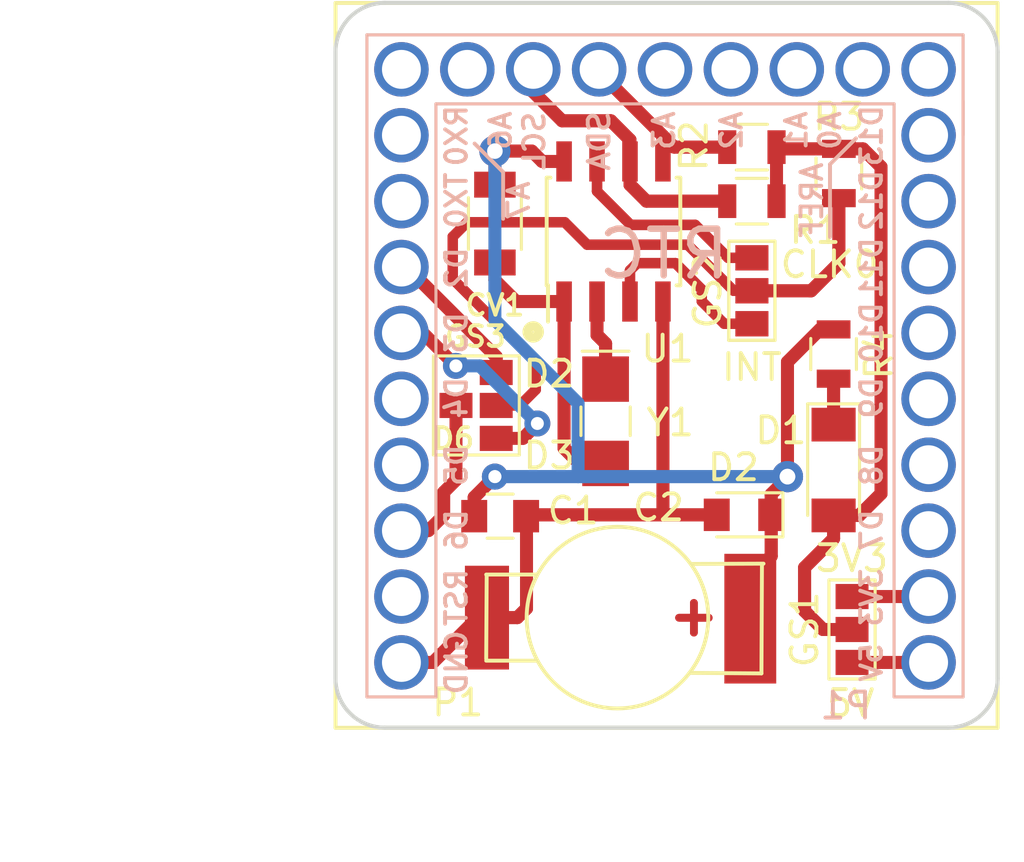
<source format=kicad_pcb>
(kicad_pcb (version 20171130) (host pcbnew "(5.1.5)-3")

  (general
    (thickness 1.6)
    (drawings 33)
    (tracks 214)
    (zones 0)
    (modules 16)
    (nets 36)
  )

  (page A4)
  (title_block
    (title "Microduino RTC DE")
    (date "24 dicembre 2017")
    (rev 0.2)
  )

  (layers
    (0 F.Cu signal)
    (31 B.Cu signal)
    (32 B.Adhes user)
    (33 F.Adhes user)
    (34 B.Paste user)
    (35 F.Paste user)
    (36 B.SilkS user)
    (37 F.SilkS user)
    (38 B.Mask user)
    (39 F.Mask user)
    (44 Edge.Cuts user)
    (45 Margin user)
    (46 B.CrtYd user)
    (47 F.CrtYd user)
    (48 B.Fab user)
    (49 F.Fab user)
  )

  (setup
    (last_trace_width 0.25)
    (user_trace_width 0.4)
    (user_trace_width 0.5)
    (user_trace_width 0.75)
    (user_trace_width 1)
    (user_trace_width 1.5)
    (user_trace_width 2)
    (user_trace_width 2.5)
    (user_trace_width 3)
    (trace_clearance 0.2)
    (zone_clearance 0.508)
    (zone_45_only no)
    (trace_min 0.2)
    (via_size 0.6)
    (via_drill 0.4)
    (via_min_size 0.4)
    (via_min_drill 0.3)
    (user_via 1 0.5)
    (user_via 1.2 0.6)
    (uvia_size 0.3)
    (uvia_drill 0.1)
    (uvias_allowed no)
    (uvia_min_size 0.2)
    (uvia_min_drill 0.1)
    (edge_width 0.15)
    (segment_width 0.15)
    (pcb_text_width 0.3)
    (pcb_text_size 1.5 1.5)
    (mod_edge_width 0.15)
    (mod_text_size 1 1)
    (mod_text_width 0.15)
    (pad_size 1.7 4)
    (pad_drill 0)
    (pad_to_mask_clearance 0.2)
    (aux_axis_origin 0 0)
    (grid_origin 126.111 104.775)
    (visible_elements 7FFFFFFF)
    (pcbplotparams
      (layerselection 0x210fc_80000001)
      (usegerberextensions false)
      (usegerberattributes false)
      (usegerberadvancedattributes false)
      (creategerberjobfile false)
      (excludeedgelayer true)
      (linewidth 0.100000)
      (plotframeref false)
      (viasonmask false)
      (mode 1)
      (useauxorigin false)
      (hpglpennumber 1)
      (hpglpenspeed 20)
      (hpglpendiameter 15.000000)
      (psnegative false)
      (psa4output false)
      (plotreference true)
      (plotvalue true)
      (plotinvisibletext false)
      (padsonsilk false)
      (subtractmaskfromsilk false)
      (outputformat 1)
      (mirror false)
      (drillshape 0)
      (scaleselection 1)
      (outputdirectory ""))
  )

  (net 0 "")
  (net 1 "Net-(C1-Pad1)")
  (net 2 GND)
  (net 3 "Net-(CV1-Pad2)")
  (net 4 "Net-(D1-Pad2)")
  (net 5 /SCL)
  (net 6 /SDA)
  (net 7 "Net-(U1-Pad2)")
  (net 8 /INT)
  (net 9 /CLKO)
  (net 10 +5V)
  (net 11 +3V3)
  (net 12 /D2)
  (net 13 /D3)
  (net 14 /D7)
  (net 15 /D8)
  (net 16 /D9)
  (net 17 /D10)
  (net 18 /D11)
  (net 19 /D12)
  (net 20 /D13)
  (net 21 /A0)
  (net 22 /A1)
  (net 23 /A2)
  (net 24 /A3)
  (net 25 /A6)
  (net 26 /A7)
  (net 27 /RX0)
  (net 28 /D4)
  (net 29 /D5)
  (net 30 /D6)
  (net 31 /RESET)
  (net 32 "Net-(GS2-Pad2)")
  (net 33 "Net-(D1-Pad1)")
  (net 34 /AREF)
  (net 35 /TX0)

  (net_class Default "Questo è il gruppo di collegamenti predefinito"
    (clearance 0.2)
    (trace_width 0.25)
    (via_dia 0.6)
    (via_drill 0.4)
    (uvia_dia 0.3)
    (uvia_drill 0.1)
    (add_net +3V3)
    (add_net +5V)
    (add_net /A0)
    (add_net /A1)
    (add_net /A2)
    (add_net /A3)
    (add_net /A6)
    (add_net /A7)
    (add_net /AREF)
    (add_net /CLKO)
    (add_net /D10)
    (add_net /D11)
    (add_net /D12)
    (add_net /D13)
    (add_net /D2)
    (add_net /D3)
    (add_net /D4)
    (add_net /D5)
    (add_net /D6)
    (add_net /D7)
    (add_net /D8)
    (add_net /D9)
    (add_net /INT)
    (add_net /RESET)
    (add_net /RX0)
    (add_net /SCL)
    (add_net /SDA)
    (add_net /TX0)
    (add_net GND)
    (add_net "Net-(C1-Pad1)")
    (add_net "Net-(CV1-Pad2)")
    (add_net "Net-(D1-Pad1)")
    (add_net "Net-(D1-Pad2)")
    (add_net "Net-(GS2-Pad2)")
    (add_net "Net-(U1-Pad2)")
  )

  (module Libreria_PCB_mia:Upin_27 (layer B.Cu) (tedit 59908FB5) (tstamp 597E25B2)
    (at 161.561 88.165 180)
    (descr "Through hole straight socket strip, 1x09, 2.54mm pitch, single row")
    (tags "Through hole socket strip THT 1x09 2.54mm single row")
    (path /58E8E495)
    (fp_text reference P1 (at 3.19 -1.67 180) (layer B.SilkS)
      (effects (font (size 1 1) (thickness 0.15)) (justify mirror))
    )
    (fp_text value CONN_1x27 (at -2.83 10.17 90) (layer B.Fab)
      (effects (font (size 1 1) (thickness 0.15)) (justify mirror))
    )
    (fp_text user P1 (at 18.15 -1.55 180) (layer F.SilkS)
      (effects (font (size 1 1) (thickness 0.15)))
    )
    (fp_line (start 16.4 18.9) (end 17.5 20) (layer B.SilkS) (width 0.15))
    (fp_line (start 16.4 18.9) (end 16.4 17.1) (layer B.SilkS) (width 0.15))
    (fp_text user A7 (at 15.8 17.8 90) (layer B.SilkS)
      (effects (font (size 0.8 0.8) (thickness 0.15)) (justify mirror))
    )
    (fp_line (start 2.8 20.2) (end 3.8 19.2) (layer B.SilkS) (width 0.15))
    (fp_line (start 3.8 19.2) (end 3.8 16.4) (layer B.SilkS) (width 0.15))
    (fp_text user AREF (at 4.5 17.8 90) (layer B.SilkS)
      (effects (font (size 0.8 0.8) (thickness 0.15)) (justify mirror))
    )
    (fp_text user GND (at 18.2 0 90) (layer B.SilkS)
      (effects (font (size 0.8 0.8) (thickness 0.15)) (justify mirror))
    )
    (fp_text user RST (at 18.2 2.5 90) (layer B.SilkS)
      (effects (font (size 0.8 0.8) (thickness 0.15)) (justify mirror))
    )
    (fp_text user D6 (at 18.2 5.1 90) (layer B.SilkS)
      (effects (font (size 0.8 0.8) (thickness 0.15)) (justify mirror))
    )
    (fp_text user D5 (at 18.2 7.6 90) (layer B.SilkS)
      (effects (font (size 0.8 0.8) (thickness 0.15)) (justify mirror))
    )
    (fp_text user D4 (at 18.2 10.2 90) (layer B.SilkS)
      (effects (font (size 0.8 0.8) (thickness 0.15)) (justify mirror))
    )
    (fp_text user D3 (at 18.2 12.7 90) (layer B.SilkS)
      (effects (font (size 0.8 0.8) (thickness 0.15)) (justify mirror))
    )
    (fp_text user D2 (at 18.2 15.2 90) (layer B.SilkS)
      (effects (font (size 0.8 0.8) (thickness 0.15)) (justify mirror))
    )
    (fp_text user TX0 (at 18.2 17.8 90) (layer B.SilkS)
      (effects (font (size 0.8 0.8) (thickness 0.15)) (justify mirror))
    )
    (fp_text user RX0 (at 18.2 20.3 90) (layer B.SilkS)
      (effects (font (size 0.8 0.8) (thickness 0.15)) (justify mirror))
    )
    (fp_text user A6 (at 16.5 20.5 90) (layer B.SilkS)
      (effects (font (size 0.8 0.8) (thickness 0.15)) (justify mirror))
    )
    (fp_text user SCL (at 15.2 20.1 90) (layer B.SilkS)
      (effects (font (size 0.8 0.8) (thickness 0.15)) (justify mirror))
    )
    (fp_text user SDA (at 12.7 20.1 90) (layer B.SilkS)
      (effects (font (size 0.8 0.8) (thickness 0.15)) (justify mirror))
    )
    (fp_text user A3 (at 10.2 20.5 90) (layer B.SilkS)
      (effects (font (size 0.8 0.8) (thickness 0.15)) (justify mirror))
    )
    (fp_text user A2 (at 7.6 20.5 90) (layer B.SilkS)
      (effects (font (size 0.8 0.8) (thickness 0.15)) (justify mirror))
    )
    (fp_text user A1 (at 5.1 20.5 90) (layer B.SilkS)
      (effects (font (size 0.8 0.8) (thickness 0.15)) (justify mirror))
    )
    (fp_text user A0 (at 3.8 20.5 90) (layer B.SilkS)
      (effects (font (size 0.8 0.8) (thickness 0.15)) (justify mirror))
    )
    (fp_text user D13 (at 2.2 20.3 90) (layer B.SilkS)
      (effects (font (size 0.8 0.8) (thickness 0.15)) (justify mirror))
    )
    (fp_text user D12 (at 2.2 17.8 90) (layer B.SilkS)
      (effects (font (size 0.8 0.8) (thickness 0.15)) (justify mirror))
    )
    (fp_text user D11 (at 2.2 15.2 90) (layer B.SilkS)
      (effects (font (size 0.8 0.8) (thickness 0.15)) (justify mirror))
    )
    (fp_text user D10 (at 2.2 12.7 90) (layer B.SilkS)
      (effects (font (size 0.8 0.8) (thickness 0.15)) (justify mirror))
    )
    (fp_text user D9 (at 2.2 10.2 90) (layer B.SilkS)
      (effects (font (size 0.8 0.8) (thickness 0.15)) (justify mirror))
    )
    (fp_text user D8 (at 2.2 7.6 90) (layer B.SilkS)
      (effects (font (size 0.8 0.8) (thickness 0.15)) (justify mirror))
    )
    (fp_text user D7 (at 2.2 5.1 90) (layer B.SilkS)
      (effects (font (size 0.8 0.8) (thickness 0.15)) (justify mirror))
    )
    (fp_text user 3V3 (at 2.2 2.5 90) (layer B.SilkS)
      (effects (font (size 0.8 0.8) (thickness 0.15)) (justify mirror))
    )
    (fp_text user 5V (at 2.2 0 90) (layer B.SilkS)
      (effects (font (size 0.8 0.8) (thickness 0.15)) (justify mirror))
    )
    (fp_line (start 1.8 -1.78) (end 1.8 21.05) (layer B.CrtYd) (width 0.12))
    (fp_line (start 18.52 21.05) (end 1.8 21.05) (layer B.CrtYd) (width 0.12))
    (fp_line (start -1.27 24.13) (end -1.27 -1.27) (layer B.Fab) (width 0.12))
    (fp_line (start 1.27 -1.27) (end 1.27 21.59) (layer B.Fab) (width 0.12))
    (fp_line (start 1.27 21.59) (end 19.05 21.59) (layer B.Fab) (width 0.12))
    (fp_line (start 19.05 21.59) (end 19.05 -1.27) (layer B.Fab) (width 0.12))
    (fp_line (start 19.05 -1.27) (end 21.59 -1.27) (layer B.Fab) (width 0.12))
    (fp_line (start 21.59 -1.27) (end 21.59 24.13) (layer B.Fab) (width 0.12))
    (fp_line (start 21.59 24.13) (end -1.27 24.13) (layer B.Fab) (width 0.12))
    (fp_line (start 21.65 -1.33) (end 21.65 24.19) (layer B.SilkS) (width 0.12))
    (fp_line (start 21.65 24.19) (end -1.33 24.19) (layer B.SilkS) (width 0.12))
    (fp_line (start -1.33 -1.33) (end -1.33 24.19) (layer B.SilkS) (width 0.12))
    (fp_line (start 1.33 -1.33) (end 1.33 21.53) (layer B.SilkS) (width 0.12))
    (fp_line (start 1.33 21.53) (end 18.99 21.53) (layer B.SilkS) (width 0.12))
    (fp_line (start 18.99 -1.33) (end 18.99 21.53) (layer B.SilkS) (width 0.12))
    (fp_line (start 18.99 -1.33) (end 18.99 5.48) (layer B.SilkS) (width 0.12))
    (fp_line (start -1.8 24.67) (end 22.12 24.67) (layer B.CrtYd) (width 0.12))
    (fp_line (start -1.8 -1.78) (end -1.8 24.67) (layer B.CrtYd) (width 0.12))
    (fp_line (start 22.12 -1.78) (end 22.12 24.67) (layer B.CrtYd) (width 0.12))
    (fp_line (start 18.52 21.05) (end 18.52 -1.8) (layer B.CrtYd) (width 0.12))
    (fp_line (start 18.52 -1.8) (end 22.12 -1.8) (layer B.CrtYd) (width 0.12))
    (fp_line (start -1.27 -1.27) (end 1.27 -1.27) (layer B.Fab) (width 0.12))
    (fp_line (start -1.33 -1.33) (end 1.33 -1.33) (layer B.SilkS) (width 0.12))
    (fp_line (start 21.65 -1.33) (end 18.99 -1.33) (layer B.SilkS) (width 0.12))
    (fp_line (start -1.33 20.32) (end -1.33 21.65) (layer B.SilkS) (width 0.12))
    (fp_line (start -1.8 -1.78) (end 1.8 -1.78) (layer B.CrtYd) (width 0.12))
    (fp_text user %R (at 0 -2.54 180) (layer B.Fab)
      (effects (font (size 1 1) (thickness 0.15)) (justify mirror))
    )
    (pad 9 thru_hole circle (at 0 20.32 180) (size 2.1 2.1) (drill 1.5) (layers *.Cu *.Mask)
      (net 20 /D13))
    (pad 8 thru_hole circle (at 0 17.78 180) (size 2.1 2.1) (drill 1.5) (layers *.Cu *.Mask)
      (net 19 /D12))
    (pad 7 thru_hole circle (at 0 15.24 180) (size 2.1 2.1) (drill 1.5) (layers *.Cu *.Mask)
      (net 18 /D11))
    (pad 6 thru_hole circle (at 0 12.7 180) (size 2.1 2.1) (drill 1.5) (layers *.Cu *.Mask)
      (net 17 /D10))
    (pad 5 thru_hole circle (at 0 10.16 180) (size 2.1 2.1) (drill 1.5) (layers *.Cu *.Mask)
      (net 16 /D9))
    (pad 4 thru_hole circle (at 0 7.62 180) (size 2.1 2.1) (drill 1.5) (layers *.Cu *.Mask)
      (net 15 /D8))
    (pad 3 thru_hole circle (at 0 5.08 180) (size 2.1 2.1) (drill 1.5) (layers *.Cu *.Mask)
      (net 14 /D7))
    (pad 2 thru_hole circle (at 0 2.54 180) (size 2.1 2.1) (drill 1.5) (layers *.Cu *.Mask)
      (net 11 +3V3))
    (pad 1 thru_hole circle (at 0 0 180) (size 2.1 2.1) (drill 1.5) (layers *.Cu *.Mask)
      (net 10 +5V))
    (pad 10 thru_hole circle (at 0 22.86 180) (size 2.1 2.1) (drill 1.5) (layers *.Cu *.Mask)
      (net 34 /AREF))
    (pad 11 thru_hole circle (at 2.54 22.86 180) (size 2.1 2.1) (drill 1.5) (layers *.Cu *.Mask)
      (net 21 /A0))
    (pad 12 thru_hole circle (at 5.08 22.86 180) (size 2.1 2.1) (drill 1.5) (layers *.Cu *.Mask)
      (net 22 /A1))
    (pad 13 thru_hole circle (at 7.62 22.86 180) (size 2.1 2.1) (drill 1.5) (layers *.Cu *.Mask)
      (net 23 /A2))
    (pad 14 thru_hole circle (at 10.16 22.86 180) (size 2.1 2.1) (drill 1.5) (layers *.Cu *.Mask)
      (net 24 /A3))
    (pad 15 thru_hole circle (at 12.7 22.86 180) (size 2.1 2.1) (drill 1.5) (layers *.Cu *.Mask)
      (net 6 /SDA))
    (pad 16 thru_hole circle (at 15.24 22.86 180) (size 2.1 2.1) (drill 1.5) (layers *.Cu *.Mask)
      (net 5 /SCL))
    (pad 17 thru_hole circle (at 17.78 22.86 180) (size 2.1 2.1) (drill 1.5) (layers *.Cu *.Mask)
      (net 25 /A6))
    (pad 18 thru_hole circle (at 20.32 22.86 180) (size 2.1 2.1) (drill 1.5) (layers *.Cu *.Mask)
      (net 26 /A7))
    (pad 19 thru_hole circle (at 20.32 20.32 180) (size 2.1 2.1) (drill 1.5) (layers *.Cu *.Mask)
      (net 27 /RX0))
    (pad 20 thru_hole circle (at 20.32 17.78 180) (size 2.1 2.1) (drill 1.5) (layers *.Cu *.Mask)
      (net 35 /TX0))
    (pad 21 thru_hole circle (at 20.32 15.24 180) (size 2.1 2.1) (drill 1.5) (layers *.Cu *.Mask)
      (net 12 /D2))
    (pad 22 thru_hole circle (at 20.32 12.7 180) (size 2.1 2.1) (drill 1.5) (layers *.Cu *.Mask)
      (net 13 /D3))
    (pad 23 thru_hole circle (at 20.32 10.16 180) (size 2.1 2.1) (drill 1.5) (layers *.Cu *.Mask)
      (net 28 /D4))
    (pad 24 thru_hole circle (at 20.32 7.62 180) (size 2.1 2.1) (drill 1.5) (layers *.Cu *.Mask)
      (net 29 /D5))
    (pad 25 thru_hole circle (at 20.32 5.08 180) (size 2.1 2.1) (drill 1.5) (layers *.Cu *.Mask)
      (net 30 /D6))
    (pad 26 thru_hole circle (at 20.32 2.54 180) (size 2.1 2.1) (drill 1.5) (layers *.Cu *.Mask)
      (net 31 /RESET))
    (pad 27 thru_hole circle (at 20.32 0 180) (size 2.1 2.1) (drill 1.5) (layers *.Cu *.Mask)
      (net 2 GND))
  )

  (module Connectors:GS3 (layer F.Cu) (tedit 58613494) (tstamp 58E793D0)
    (at 154.7498 73.8402)
    (descr "3-pin solder bridge")
    (tags "solder bridge")
    (path /58D9FB5B)
    (attr smd)
    (fp_text reference GS2 (at -1.7 0 90) (layer F.SilkS)
      (effects (font (size 1 1) (thickness 0.15)))
    )
    (fp_text value GS3 (at 1.8 0 90) (layer F.Fab)
      (effects (font (size 1 1) (thickness 0.15)))
    )
    (fp_line (start -1.15 -2.15) (end 1.15 -2.15) (layer F.CrtYd) (width 0.05))
    (fp_line (start 1.15 -2.15) (end 1.15 2.15) (layer F.CrtYd) (width 0.05))
    (fp_line (start 1.15 2.15) (end -1.15 2.15) (layer F.CrtYd) (width 0.05))
    (fp_line (start -1.15 2.15) (end -1.15 -2.15) (layer F.CrtYd) (width 0.05))
    (fp_line (start -0.89 -1.91) (end -0.89 1.91) (layer F.SilkS) (width 0.12))
    (fp_line (start -0.89 1.91) (end 0.89 1.91) (layer F.SilkS) (width 0.12))
    (fp_line (start 0.89 1.91) (end 0.89 -1.91) (layer F.SilkS) (width 0.12))
    (fp_line (start -0.89 -1.91) (end 0.89 -1.91) (layer F.SilkS) (width 0.12))
    (pad 1 smd rect (at 0 -1.27) (size 1.27 0.97) (layers F.Cu F.Paste F.Mask)
      (net 9 /CLKO))
    (pad 2 smd rect (at 0 0) (size 1.27 0.97) (layers F.Cu F.Paste F.Mask)
      (net 32 "Net-(GS2-Pad2)"))
    (pad 3 smd rect (at 0 1.27) (size 1.27 0.97) (layers F.Cu F.Paste F.Mask)
      (net 8 /INT))
  )

  (module Crystals:Crystal_SMD_G8-2pin_3.2x1.5mm_HandSoldering (layer F.Cu) (tedit 58E77EBC) (tstamp 58D8E201)
    (at 149.111 78.8694 270)
    (descr "SMD Crystal G8, hand-soldering, 3.2x1.5mm^2 package")
    (tags "SMD SMT crystal hand-soldering")
    (path /58B7FA73)
    (attr smd)
    (fp_text reference Y1 (at 0.0508 -2.4892) (layer F.SilkS)
      (effects (font (size 1 1) (thickness 0.15)))
    )
    (fp_text value "32,762 kHz" (at 0 1.95 270) (layer F.Fab)
      (effects (font (size 1 1) (thickness 0.15)))
    )
    (fp_text user %R (at 0 0 270) (layer F.Fab)
      (effects (font (size 0.7 0.7) (thickness 0.105)))
    )
    (fp_line (start -1.6 -0.75) (end -1.6 0.75) (layer F.Fab) (width 0.1))
    (fp_line (start -1.6 0.75) (end 1.6 0.75) (layer F.Fab) (width 0.1))
    (fp_line (start 1.6 0.75) (end 1.6 -0.75) (layer F.Fab) (width 0.1))
    (fp_line (start 1.6 -0.75) (end -1.6 -0.75) (layer F.Fab) (width 0.1))
    (fp_line (start -1.6 0.25) (end -1.1 0.75) (layer F.Fab) (width 0.1))
    (fp_line (start -0.55 -0.95) (end 0.55 -0.95) (layer F.SilkS) (width 0.12))
    (fp_line (start -0.55 0.95) (end 0.55 0.95) (layer F.SilkS) (width 0.12))
    (fp_line (start -2.7 -0.9) (end -2.7 0.9) (layer F.SilkS) (width 0.12))
    (fp_line (start -2.8 -1.2) (end -2.8 1.2) (layer F.CrtYd) (width 0.05))
    (fp_line (start -2.8 1.2) (end 2.8 1.2) (layer F.CrtYd) (width 0.05))
    (fp_line (start 2.8 1.2) (end 2.8 -1.2) (layer F.CrtYd) (width 0.05))
    (fp_line (start 2.8 -1.2) (end -2.8 -1.2) (layer F.CrtYd) (width 0.05))
    (fp_circle (center 0 0) (end 0.25 0) (layer F.Adhes) (width 0.1))
    (fp_circle (center 0 0) (end 0.208333 0) (layer F.Adhes) (width 0.083333))
    (fp_circle (center 0 0) (end 0.133333 0) (layer F.Adhes) (width 0.083333))
    (fp_circle (center 0 0) (end 0.058333 0) (layer F.Adhes) (width 0.116667))
    (pad 1 smd rect (at -1.625 0 270) (size 1.75 1.8) (layers F.Cu F.Paste F.Mask)
      (net 7 "Net-(U1-Pad2)"))
    (pad 2 smd rect (at 1.625 0 270) (size 1.75 1.8) (layers F.Cu F.Paste F.Mask)
      (net 3 "Net-(CV1-Pad2)"))
    (model ${KISYS3DMOD}/Crystals.3dshapes/Crystal_SMD_G8-2pin_3.2x1.5mm_HandSoldering.wrl
      (at (xyz 0 0 0))
      (scale (xyz 1 1 1))
      (rotate (xyz 0 0 0))
    )
  )

  (module Diodes_SMD:D_MiniMELF_Standard (layer F.Cu) (tedit 58E77D9D) (tstamp 58D8E1E3)
    (at 157.8994 80.749 270)
    (descr "Diode Mini-MELF Standard")
    (tags "Diode Mini-MELF Standard")
    (path /58C5822F)
    (attr smd)
    (fp_text reference D1 (at -1.524 2.032) (layer F.SilkS)
      (effects (font (size 1 1) (thickness 0.15)))
    )
    (fp_text value TMMBAT43 (at 0 3.81 270) (layer F.Fab)
      (effects (font (size 1 1) (thickness 0.15)))
    )
    (fp_line (start 1.75 -1) (end -2.55 -1) (layer F.SilkS) (width 0.12))
    (fp_line (start -2.55 -1) (end -2.55 1) (layer F.SilkS) (width 0.12))
    (fp_line (start -2.55 1) (end 1.75 1) (layer F.SilkS) (width 0.12))
    (fp_line (start 1.65 -0.8) (end 1.65 0.8) (layer F.Fab) (width 0.1))
    (fp_line (start 1.65 0.8) (end -1.65 0.8) (layer F.Fab) (width 0.1))
    (fp_line (start -1.65 0.8) (end -1.65 -0.8) (layer F.Fab) (width 0.1))
    (fp_line (start -1.65 -0.8) (end 1.65 -0.8) (layer F.Fab) (width 0.1))
    (fp_line (start 0.25 0) (end 0.75 0) (layer F.Fab) (width 0.1))
    (fp_line (start 0.25 0.4) (end -0.35 0) (layer F.Fab) (width 0.1))
    (fp_line (start 0.25 -0.4) (end 0.25 0.4) (layer F.Fab) (width 0.1))
    (fp_line (start -0.35 0) (end 0.25 -0.4) (layer F.Fab) (width 0.1))
    (fp_line (start -0.35 0) (end -0.35 0.55) (layer F.Fab) (width 0.1))
    (fp_line (start -0.35 0) (end -0.35 -0.55) (layer F.Fab) (width 0.1))
    (fp_line (start -0.75 0) (end -0.35 0) (layer F.Fab) (width 0.1))
    (fp_line (start -2.65 -1.1) (end 2.65 -1.1) (layer F.CrtYd) (width 0.05))
    (fp_line (start 2.65 -1.1) (end 2.65 1.1) (layer F.CrtYd) (width 0.05))
    (fp_line (start 2.65 1.1) (end -2.65 1.1) (layer F.CrtYd) (width 0.05))
    (fp_line (start -2.65 1.1) (end -2.65 -1.1) (layer F.CrtYd) (width 0.05))
    (pad 1 smd rect (at -1.75 0 270) (size 1.3 1.7) (layers F.Cu F.Paste F.Mask)
      (net 33 "Net-(D1-Pad1)"))
    (pad 2 smd rect (at 1.75 0 270) (size 1.3 1.7) (layers F.Cu F.Paste F.Mask)
      (net 4 "Net-(D1-Pad2)"))
    (model Diodes_SMD.3dshapes/D_MiniMELF_Standard.wrl
      (at (xyz 0 0 0))
      (scale (xyz 0.3937 0.3937 0.3937))
      (rotate (xyz 0 0 0))
    )
  )

  (module Housings_SOIC:SOIC-8_3.9x4.9mm_Pitch1.27mm (layer F.Cu) (tedit 58E91025) (tstamp 58D92C2F)
    (at 149.4158 71.5542 90)
    (descr "8-Lead Plastic Small Outline (SN) - Narrow, 3.90 mm Body [SOIC] (see Microchip Packaging Specification 00000049BS.pdf)")
    (tags "SOIC 1.27")
    (path /58B7F974)
    (attr smd)
    (fp_text reference U1 (at -4.5212 2.0828 180) (layer F.SilkS)
      (effects (font (size 1 1) (thickness 0.15)))
    )
    (fp_text value PCF8563 (at 0 3.5 90) (layer F.Fab)
      (effects (font (size 1 1) (thickness 0.15)))
    )
    (fp_text user %R (at 0 0 180) (layer F.Fab)
      (effects (font (size 1 1) (thickness 0.15)))
    )
    (fp_line (start -0.95 -2.45) (end 1.95 -2.45) (layer F.Fab) (width 0.1))
    (fp_line (start 1.95 -2.45) (end 1.95 2.45) (layer F.Fab) (width 0.1))
    (fp_line (start 1.95 2.45) (end -1.95 2.45) (layer F.Fab) (width 0.1))
    (fp_line (start -1.95 2.45) (end -1.95 -1.45) (layer F.Fab) (width 0.1))
    (fp_line (start -1.95 -1.45) (end -0.95 -2.45) (layer F.Fab) (width 0.1))
    (fp_line (start -3.73 -2.7) (end -3.73 2.7) (layer F.CrtYd) (width 0.05))
    (fp_line (start 3.73 -2.7) (end 3.73 2.7) (layer F.CrtYd) (width 0.05))
    (fp_line (start -3.73 -2.7) (end 3.73 -2.7) (layer F.CrtYd) (width 0.05))
    (fp_line (start -3.73 2.7) (end 3.73 2.7) (layer F.CrtYd) (width 0.05))
    (fp_line (start -2.075 -2.575) (end -2.075 -2.525) (layer F.SilkS) (width 0.15))
    (fp_line (start 2.075 -2.575) (end 2.075 -2.43) (layer F.SilkS) (width 0.15))
    (fp_line (start 2.075 2.575) (end 2.075 2.43) (layer F.SilkS) (width 0.15))
    (fp_line (start -2.075 2.575) (end -2.075 2.43) (layer F.SilkS) (width 0.15))
    (fp_line (start -2.075 -2.575) (end 2.075 -2.575) (layer F.SilkS) (width 0.15))
    (fp_line (start -2.075 2.575) (end 2.075 2.575) (layer F.SilkS) (width 0.15))
    (fp_line (start -2.075 -2.525) (end -3.475 -2.525) (layer F.SilkS) (width 0.15))
    (pad 1 smd rect (at -2.7 -1.905 90) (size 1.55 0.6) (layers F.Cu F.Paste F.Mask)
      (net 3 "Net-(CV1-Pad2)"))
    (pad 2 smd rect (at -2.7 -0.635 90) (size 1.55 0.6) (layers F.Cu F.Paste F.Mask)
      (net 7 "Net-(U1-Pad2)"))
    (pad 3 smd rect (at -2.7 0.635 90) (size 1.55 0.6) (layers F.Cu F.Paste F.Mask)
      (net 8 /INT))
    (pad 4 smd rect (at -2.7 1.905 90) (size 1.55 0.6) (layers F.Cu F.Paste F.Mask)
      (net 2 GND))
    (pad 5 smd rect (at 2.7 1.905 90) (size 1.55 0.6) (layers F.Cu F.Paste F.Mask)
      (net 6 /SDA))
    (pad 6 smd rect (at 2.7 0.635 90) (size 1.55 0.6) (layers F.Cu F.Paste F.Mask)
      (net 5 /SCL))
    (pad 7 smd rect (at 2.7 -0.635 90) (size 1.55 0.6) (layers F.Cu F.Paste F.Mask)
      (net 9 /CLKO))
    (pad 8 smd rect (at 2.7 -1.905 90) (size 1.55 0.6) (layers F.Cu F.Paste F.Mask)
      (net 1 "Net-(C1-Pad1)"))
    (model Housings_SOIC.3dshapes/SOIC-8_3.9x4.9mm_Pitch1.27mm.wrl
      (at (xyz 0 0 0))
      (scale (xyz 1 1 1))
      (rotate (xyz 0 0 0))
    )
  )

  (module Resistors_SMD:R_0805 (layer F.Cu) (tedit 58E9100E) (tstamp 58E1F324)
    (at 158.1026 69.319 270)
    (descr "Resistor SMD 0805, reflow soldering, Vishay (see dcrcw.pdf)")
    (tags "resistor 0805")
    (path /58DA426D)
    (attr smd)
    (fp_text reference R3 (at -2.1844 0) (layer F.SilkS)
      (effects (font (size 1 1) (thickness 0.15)))
    )
    (fp_text value 4k7 (at 0 1.75 270) (layer F.Fab)
      (effects (font (size 1 1) (thickness 0.15)))
    )
    (fp_text user %R (at -2.1844 0) (layer F.Fab)
      (effects (font (size 1 1) (thickness 0.15)))
    )
    (fp_line (start -1 0.62) (end -1 -0.62) (layer F.Fab) (width 0.1))
    (fp_line (start 1 0.62) (end -1 0.62) (layer F.Fab) (width 0.1))
    (fp_line (start 1 -0.62) (end 1 0.62) (layer F.Fab) (width 0.1))
    (fp_line (start -1 -0.62) (end 1 -0.62) (layer F.Fab) (width 0.1))
    (fp_line (start 0.6 0.88) (end -0.6 0.88) (layer F.SilkS) (width 0.12))
    (fp_line (start -0.6 -0.88) (end 0.6 -0.88) (layer F.SilkS) (width 0.12))
    (fp_line (start -1.55 -0.9) (end 1.55 -0.9) (layer F.CrtYd) (width 0.05))
    (fp_line (start -1.55 -0.9) (end -1.55 0.9) (layer F.CrtYd) (width 0.05))
    (fp_line (start 1.55 0.9) (end 1.55 -0.9) (layer F.CrtYd) (width 0.05))
    (fp_line (start 1.55 0.9) (end -1.55 0.9) (layer F.CrtYd) (width 0.05))
    (pad 1 smd rect (at -0.95 0 270) (size 0.7 1.3) (layers F.Cu F.Paste F.Mask)
      (net 4 "Net-(D1-Pad2)"))
    (pad 2 smd rect (at 0.95 0 270) (size 0.7 1.3) (layers F.Cu F.Paste F.Mask)
      (net 32 "Net-(GS2-Pad2)"))
    (model Resistors_SMD.3dshapes/R_0805.wrl
      (at (xyz 0 0 0))
      (scale (xyz 1 1 1))
      (rotate (xyz 0 0 0))
    )
  )

  (module Capacitors_SMD:C_0805 (layer F.Cu) (tedit 59DEFD5F) (tstamp 58E1F3D1)
    (at 145.047 82.527)
    (descr "Capacitor SMD 0805, reflow soldering, AVX (see smccp.pdf)")
    (tags "capacitor 0805")
    (path /58B7FB48)
    (attr smd)
    (fp_text reference C1 (at 2.814 -0.212) (layer F.SilkS)
      (effects (font (size 1 1) (thickness 0.15)))
    )
    (fp_text value "0,1 uF" (at 0 1.75) (layer F.Fab)
      (effects (font (size 1 1) (thickness 0.15)))
    )
    (fp_text user %R (at 2.824 -0.212) (layer F.Fab)
      (effects (font (size 1 1) (thickness 0.15)))
    )
    (fp_line (start -1 0.62) (end -1 -0.62) (layer F.Fab) (width 0.1))
    (fp_line (start 1 0.62) (end -1 0.62) (layer F.Fab) (width 0.1))
    (fp_line (start 1 -0.62) (end 1 0.62) (layer F.Fab) (width 0.1))
    (fp_line (start -1 -0.62) (end 1 -0.62) (layer F.Fab) (width 0.1))
    (fp_line (start 0.5 -0.85) (end -0.5 -0.85) (layer F.SilkS) (width 0.12))
    (fp_line (start -0.5 0.85) (end 0.5 0.85) (layer F.SilkS) (width 0.12))
    (fp_line (start -1.75 -0.88) (end 1.75 -0.88) (layer F.CrtYd) (width 0.05))
    (fp_line (start -1.75 -0.88) (end -1.75 0.87) (layer F.CrtYd) (width 0.05))
    (fp_line (start 1.75 0.87) (end 1.75 -0.88) (layer F.CrtYd) (width 0.05))
    (fp_line (start 1.75 0.87) (end -1.75 0.87) (layer F.CrtYd) (width 0.05))
    (pad 1 smd rect (at -1 0) (size 1 1.25) (layers F.Cu F.Paste F.Mask)
      (net 1 "Net-(C1-Pad1)"))
    (pad 2 smd rect (at 1 0) (size 1 1.25) (layers F.Cu F.Paste F.Mask)
      (net 2 GND))
    (model Capacitors_SMD.3dshapes/C_0805.wrl
      (at (xyz 0 0 0))
      (scale (xyz 1 1 1))
      (rotate (xyz 0 0 0))
    )
  )

  (module Connectors:GS3 (layer F.Cu) (tedit 58E77DEA) (tstamp 58E1F3F1)
    (at 158.6106 86.8958 180)
    (descr "3-pin solder bridge")
    (tags "solder bridge")
    (path /58D9FACF)
    (attr smd)
    (fp_text reference GS1 (at 1.8288 0 270) (layer F.SilkS)
      (effects (font (size 1 1) (thickness 0.15)))
    )
    (fp_text value GS3 (at 1.8 0 270) (layer F.Fab)
      (effects (font (size 1 1) (thickness 0.15)))
    )
    (fp_line (start -1.15 -2.15) (end 1.15 -2.15) (layer F.CrtYd) (width 0.05))
    (fp_line (start 1.15 -2.15) (end 1.15 2.15) (layer F.CrtYd) (width 0.05))
    (fp_line (start 1.15 2.15) (end -1.15 2.15) (layer F.CrtYd) (width 0.05))
    (fp_line (start -1.15 2.15) (end -1.15 -2.15) (layer F.CrtYd) (width 0.05))
    (fp_line (start -0.89 -1.91) (end -0.89 1.91) (layer F.SilkS) (width 0.12))
    (fp_line (start -0.89 1.91) (end 0.89 1.91) (layer F.SilkS) (width 0.12))
    (fp_line (start 0.89 1.91) (end 0.89 -1.91) (layer F.SilkS) (width 0.12))
    (fp_line (start -0.89 -1.91) (end 0.89 -1.91) (layer F.SilkS) (width 0.12))
    (pad 1 smd rect (at 0 -1.27 180) (size 1.27 0.97) (layers F.Cu F.Paste F.Mask)
      (net 10 +5V))
    (pad 2 smd rect (at 0 0 180) (size 1.27 0.97) (layers F.Cu F.Paste F.Mask)
      (net 4 "Net-(D1-Pad2)"))
    (pad 3 smd rect (at 0 1.27 180) (size 1.27 0.97) (layers F.Cu F.Paste F.Mask)
      (net 11 +3V3))
  )

  (module Connectors:GS3 (layer F.Cu) (tedit 58613494) (tstamp 58E1F400)
    (at 154.7498 73.8402)
    (descr "3-pin solder bridge")
    (tags "solder bridge")
    (path /58D9FB5B)
    (attr smd)
    (fp_text reference GS2 (at -1.7 0 90) (layer F.SilkS)
      (effects (font (size 1 1) (thickness 0.15)))
    )
    (fp_text value GS3 (at 1.8 0 90) (layer F.Fab)
      (effects (font (size 1 1) (thickness 0.15)))
    )
    (fp_line (start -1.15 -2.15) (end 1.15 -2.15) (layer F.CrtYd) (width 0.05))
    (fp_line (start 1.15 -2.15) (end 1.15 2.15) (layer F.CrtYd) (width 0.05))
    (fp_line (start 1.15 2.15) (end -1.15 2.15) (layer F.CrtYd) (width 0.05))
    (fp_line (start -1.15 2.15) (end -1.15 -2.15) (layer F.CrtYd) (width 0.05))
    (fp_line (start -0.89 -1.91) (end -0.89 1.91) (layer F.SilkS) (width 0.12))
    (fp_line (start -0.89 1.91) (end 0.89 1.91) (layer F.SilkS) (width 0.12))
    (fp_line (start 0.89 1.91) (end 0.89 -1.91) (layer F.SilkS) (width 0.12))
    (fp_line (start -0.89 -1.91) (end 0.89 -1.91) (layer F.SilkS) (width 0.12))
    (pad 1 smd rect (at 0 -1.27) (size 1.27 0.97) (layers F.Cu F.Paste F.Mask)
      (net 9 /CLKO))
    (pad 2 smd rect (at 0 0) (size 1.27 0.97) (layers F.Cu F.Paste F.Mask)
      (net 32 "Net-(GS2-Pad2)"))
    (pad 3 smd rect (at 0 1.27) (size 1.27 0.97) (layers F.Cu F.Paste F.Mask)
      (net 8 /INT))
  )

  (module Resistors_SMD:R_0805 (layer F.Cu) (tedit 58E91089) (tstamp 58E1F420)
    (at 154.7498 70.3858 180)
    (descr "Resistor SMD 0805, reflow soldering, Vishay (see dcrcw.pdf)")
    (tags "resistor 0805")
    (path /58C44D2B)
    (attr smd)
    (fp_text reference R1 (at -2.4384 -1.1176 180) (layer F.SilkS)
      (effects (font (size 1 1) (thickness 0.15)))
    )
    (fp_text value 4k7 (at 0 1.75 180) (layer F.Fab)
      (effects (font (size 1 1) (thickness 0.15)))
    )
    (fp_text user %R (at -2.4384 -1.1176 180) (layer F.Fab)
      (effects (font (size 1 1) (thickness 0.15)))
    )
    (fp_line (start -1 0.62) (end -1 -0.62) (layer F.Fab) (width 0.1))
    (fp_line (start 1 0.62) (end -1 0.62) (layer F.Fab) (width 0.1))
    (fp_line (start 1 -0.62) (end 1 0.62) (layer F.Fab) (width 0.1))
    (fp_line (start -1 -0.62) (end 1 -0.62) (layer F.Fab) (width 0.1))
    (fp_line (start 0.6 0.88) (end -0.6 0.88) (layer F.SilkS) (width 0.12))
    (fp_line (start -0.6 -0.88) (end 0.6 -0.88) (layer F.SilkS) (width 0.12))
    (fp_line (start -1.55 -0.9) (end 1.55 -0.9) (layer F.CrtYd) (width 0.05))
    (fp_line (start -1.55 -0.9) (end -1.55 0.9) (layer F.CrtYd) (width 0.05))
    (fp_line (start 1.55 0.9) (end 1.55 -0.9) (layer F.CrtYd) (width 0.05))
    (fp_line (start 1.55 0.9) (end -1.55 0.9) (layer F.CrtYd) (width 0.05))
    (pad 1 smd rect (at -0.95 0 180) (size 0.7 1.3) (layers F.Cu F.Paste F.Mask)
      (net 4 "Net-(D1-Pad2)"))
    (pad 2 smd rect (at 0.95 0 180) (size 0.7 1.3) (layers F.Cu F.Paste F.Mask)
      (net 5 /SCL))
    (model Resistors_SMD.3dshapes/R_0805.wrl
      (at (xyz 0 0 0))
      (scale (xyz 1 1 1))
      (rotate (xyz 0 0 0))
    )
  )

  (module Resistors_SMD:R_0805 (layer F.Cu) (tedit 58E90FFB) (tstamp 58E1F431)
    (at 154.7498 68.303 180)
    (descr "Resistor SMD 0805, reflow soldering, Vishay (see dcrcw.pdf)")
    (tags "resistor 0805")
    (path /58C44D52)
    (attr smd)
    (fp_text reference R2 (at 2.2352 0.0508 270) (layer F.SilkS)
      (effects (font (size 1 1) (thickness 0.15)))
    )
    (fp_text value 4k7 (at 0 1.75 180) (layer F.Fab)
      (effects (font (size 1 1) (thickness 0.15)))
    )
    (fp_text user %R (at 2.2352 0.0508 270) (layer F.Fab)
      (effects (font (size 1 1) (thickness 0.15)))
    )
    (fp_line (start -1 0.62) (end -1 -0.62) (layer F.Fab) (width 0.1))
    (fp_line (start 1 0.62) (end -1 0.62) (layer F.Fab) (width 0.1))
    (fp_line (start 1 -0.62) (end 1 0.62) (layer F.Fab) (width 0.1))
    (fp_line (start -1 -0.62) (end 1 -0.62) (layer F.Fab) (width 0.1))
    (fp_line (start 0.6 0.88) (end -0.6 0.88) (layer F.SilkS) (width 0.12))
    (fp_line (start -0.6 -0.88) (end 0.6 -0.88) (layer F.SilkS) (width 0.12))
    (fp_line (start -1.55 -0.9) (end 1.55 -0.9) (layer F.CrtYd) (width 0.05))
    (fp_line (start -1.55 -0.9) (end -1.55 0.9) (layer F.CrtYd) (width 0.05))
    (fp_line (start 1.55 0.9) (end 1.55 -0.9) (layer F.CrtYd) (width 0.05))
    (fp_line (start 1.55 0.9) (end -1.55 0.9) (layer F.CrtYd) (width 0.05))
    (pad 1 smd rect (at -0.95 0 180) (size 0.7 1.3) (layers F.Cu F.Paste F.Mask)
      (net 4 "Net-(D1-Pad2)"))
    (pad 2 smd rect (at 0.95 0 180) (size 0.7 1.3) (layers F.Cu F.Paste F.Mask)
      (net 6 /SDA))
    (model Resistors_SMD.3dshapes/R_0805.wrl
      (at (xyz 0 0 0))
      (scale (xyz 1 1 1))
      (rotate (xyz 0 0 0))
    )
  )

  (module Capacitors_SMD:C_1206 (layer F.Cu) (tedit 59DEFDD1) (tstamp 58DC975D)
    (at 144.8438 71.2494 270)
    (descr "Capacitor SMD 1206, reflow soldering, AVX (see smccp.pdf)")
    (tags "capacitor 1206")
    (path /58B7FAE6)
    (attr smd)
    (fp_text reference CV1 (at 3.1496 0) (layer F.SilkS)
      (effects (font (size 0.8 0.8) (thickness 0.15)))
    )
    (fp_text value "5-25 pF" (at 0 2 270) (layer F.Fab)
      (effects (font (size 1 1) (thickness 0.15)))
    )
    (fp_text user %R (at 3.1496 0) (layer F.Fab)
      (effects (font (size 0.8 0.8) (thickness 0.15)))
    )
    (fp_line (start -1.6 0.8) (end -1.6 -0.8) (layer F.Fab) (width 0.1))
    (fp_line (start 1.6 0.8) (end -1.6 0.8) (layer F.Fab) (width 0.1))
    (fp_line (start 1.6 -0.8) (end 1.6 0.8) (layer F.Fab) (width 0.1))
    (fp_line (start -1.6 -0.8) (end 1.6 -0.8) (layer F.Fab) (width 0.1))
    (fp_line (start 1 -1.02) (end -1 -1.02) (layer F.SilkS) (width 0.12))
    (fp_line (start -1 1.02) (end 1 1.02) (layer F.SilkS) (width 0.12))
    (fp_line (start -2.25 -1.05) (end 2.25 -1.05) (layer F.CrtYd) (width 0.05))
    (fp_line (start -2.25 -1.05) (end -2.25 1.05) (layer F.CrtYd) (width 0.05))
    (fp_line (start 2.25 1.05) (end 2.25 -1.05) (layer F.CrtYd) (width 0.05))
    (fp_line (start 2.25 1.05) (end -2.25 1.05) (layer F.CrtYd) (width 0.05))
    (pad 1 smd rect (at -1.5 0 270) (size 1 1.6) (layers F.Cu F.Paste F.Mask)
      (net 1 "Net-(C1-Pad1)"))
    (pad 2 smd rect (at 1.5 0 270) (size 1 1.6) (layers F.Cu F.Paste F.Mask)
      (net 3 "Net-(CV1-Pad2)"))
    (model Capacitors_SMD.3dshapes/C_1206.wrl
      (at (xyz 0 0 0))
      (scale (xyz 1 1 1))
      (rotate (xyz 0 0 0))
    )
  )

  (module Microduino_RTC_DE:Supercap (layer F.Cu) (tedit 5CACDDA8) (tstamp 58E6587C)
    (at 149.5682 86.4386 180)
    (descr "Capacitor SMD 1206, reflow soldering, AVX (see smccp.pdf)")
    (tags "capacitor 1206")
    (path /58C58191)
    (attr smd)
    (fp_text reference C2 (at -1.5828 4.2436) (layer F.SilkS)
      (effects (font (size 1 1) (thickness 0.15)))
    )
    (fp_text value 0,2F (at 0 4.52 180) (layer F.Fab)
      (effects (font (size 1 1) (thickness 0.15)))
    )
    (fp_line (start -2.78 -2.13) (end -5.55 -2.15) (layer F.SilkS) (width 0.15))
    (fp_line (start -5.55 -2.15) (end -5.57 2.07) (layer F.SilkS) (width 0.15))
    (fp_line (start -5.63 2.08) (end -2.85 2.07) (layer F.SilkS) (width 0.15))
    (fp_line (start 3.09 -1.66) (end 5.06 -1.66) (layer F.SilkS) (width 0.15))
    (fp_line (start 5.06 -1.59) (end 5.04 1.65) (layer F.SilkS) (width 0.15))
    (fp_line (start 5.06 1.66) (end 3.13 1.66) (layer F.SilkS) (width 0.15))
    (fp_circle (center 0 0) (end 3.5 0.03) (layer F.SilkS) (width 0.15))
    (fp_text user %R (at 3.9624 -2.9972 180) (layer F.Fab)
      (effects (font (size 1 1) (thickness 0.15)))
    )
    (pad 1 smd rect (at -5.12 -0.04 180) (size 2 5) (layers F.Cu F.Paste F.Mask)
      (net 1 "Net-(C1-Pad1)"))
    (pad 2 smd rect (at 5.03 0 180) (size 1.7 4) (layers F.Cu F.Paste F.Mask)
      (net 2 GND))
    (model Capacitors_SMD.3dshapes/C_1206.wrl
      (at (xyz 0 0 0))
      (scale (xyz 1 1 1))
      (rotate (xyz 0 0 0))
    )
  )

  (module Diodes_SMD:D_SOD-323 (layer F.Cu) (tedit 597AFAD4) (tstamp 58E7430D)
    (at 154.445 82.4762 180)
    (descr SOD-323)
    (tags SOD-323)
    (path /58E73E8C)
    (attr smd)
    (fp_text reference D2 (at 0.4064 1.8288 180) (layer F.SilkS)
      (effects (font (size 1 1) (thickness 0.15)))
    )
    (fp_text value MM3Z3V3ST1G (at 0.1 1.9 180) (layer F.Fab)
      (effects (font (size 1 1) (thickness 0.15)))
    )
    (fp_line (start -1.5 -0.85) (end -1.5 0.85) (layer F.SilkS) (width 0.12))
    (fp_line (start 0.2 0) (end 0.45 0) (layer F.Fab) (width 0.1))
    (fp_line (start 0.2 0.35) (end -0.3 0) (layer F.Fab) (width 0.1))
    (fp_line (start 0.2 -0.35) (end 0.2 0.35) (layer F.Fab) (width 0.1))
    (fp_line (start -0.3 0) (end 0.2 -0.35) (layer F.Fab) (width 0.1))
    (fp_line (start -0.3 0) (end -0.5 0) (layer F.Fab) (width 0.1))
    (fp_line (start -0.3 -0.35) (end -0.3 0.35) (layer F.Fab) (width 0.1))
    (fp_line (start -0.9 0.7) (end -0.9 -0.7) (layer F.Fab) (width 0.1))
    (fp_line (start 0.9 0.7) (end -0.9 0.7) (layer F.Fab) (width 0.1))
    (fp_line (start 0.9 -0.7) (end 0.9 0.7) (layer F.Fab) (width 0.1))
    (fp_line (start -0.9 -0.7) (end 0.9 -0.7) (layer F.Fab) (width 0.1))
    (fp_line (start -1.6 -0.95) (end 1.6 -0.95) (layer F.CrtYd) (width 0.05))
    (fp_line (start 1.6 -0.95) (end 1.6 0.95) (layer F.CrtYd) (width 0.05))
    (fp_line (start -1.6 0.95) (end 1.6 0.95) (layer F.CrtYd) (width 0.05))
    (fp_line (start -1.6 -0.95) (end -1.6 0.95) (layer F.CrtYd) (width 0.05))
    (fp_line (start -1.5 0.85) (end 1.05 0.85) (layer F.SilkS) (width 0.12))
    (fp_line (start -1.5 -0.85) (end 1.05 -0.85) (layer F.SilkS) (width 0.12))
    (pad 1 smd rect (at -1.05 0 180) (size 1 1.25) (layers F.Cu F.Paste F.Mask)
      (net 1 "Net-(C1-Pad1)"))
    (pad 2 smd rect (at 1.05 0 180) (size 1 1.25) (layers F.Cu F.Paste F.Mask)
      (net 2 GND))
    (model Diodes_SMD.3dshapes/D_SOD-323.wrl
      (at (xyz 0 0 0))
      (scale (xyz 1 1 1))
      (rotate (xyz 0 0 180))
    )
  )

  (module Resistors_SMD:R_0805 (layer F.Cu) (tedit 59908F4D) (tstamp 58E74313)
    (at 157.8994 76.2786 90)
    (descr "Resistor SMD 0805, reflow soldering, Vishay (see dcrcw.pdf)")
    (tags "resistor 0805")
    (path /58E74C0B)
    (attr smd)
    (fp_text reference R4 (at 0.0036 1.7416 270) (layer F.SilkS)
      (effects (font (size 1 1) (thickness 0.15)))
    )
    (fp_text value 33 (at 0 1.75 90) (layer F.Fab)
      (effects (font (size 1 1) (thickness 0.15)))
    )
    (fp_text user %R (at 0 0 90) (layer F.Fab)
      (effects (font (size 0.5 0.5) (thickness 0.075)))
    )
    (fp_line (start -1 0.62) (end -1 -0.62) (layer F.Fab) (width 0.1))
    (fp_line (start 1 0.62) (end -1 0.62) (layer F.Fab) (width 0.1))
    (fp_line (start 1 -0.62) (end 1 0.62) (layer F.Fab) (width 0.1))
    (fp_line (start -1 -0.62) (end 1 -0.62) (layer F.Fab) (width 0.1))
    (fp_line (start 0.6 0.88) (end -0.6 0.88) (layer F.SilkS) (width 0.12))
    (fp_line (start -0.6 -0.88) (end 0.6 -0.88) (layer F.SilkS) (width 0.12))
    (fp_line (start -1.55 -0.9) (end 1.55 -0.9) (layer F.CrtYd) (width 0.05))
    (fp_line (start -1.55 -0.9) (end -1.55 0.9) (layer F.CrtYd) (width 0.05))
    (fp_line (start 1.55 0.9) (end 1.55 -0.9) (layer F.CrtYd) (width 0.05))
    (fp_line (start 1.55 0.9) (end -1.55 0.9) (layer F.CrtYd) (width 0.05))
    (pad 1 smd rect (at -0.95 0 90) (size 0.7 1.3) (layers F.Cu F.Paste F.Mask)
      (net 33 "Net-(D1-Pad1)"))
    (pad 2 smd rect (at 0.95 0 90) (size 0.7 1.3) (layers F.Cu F.Paste F.Mask)
      (net 1 "Net-(C1-Pad1)"))
    (model ${KISYS3DMOD}/Resistors_SMD.3dshapes/R_0805.wrl
      (at (xyz 0 0 0))
      (scale (xyz 1 1 1))
      (rotate (xyz 0 0 0))
    )
  )

  (module Libreria_PCB_mia:GS4 (layer F.Cu) (tedit 59DEFDA5) (tstamp 59DEFA48)
    (at 144.8946 78.2598)
    (descr "3-pin solder bridge")
    (tags "solder bridge")
    (path /59DEFC44)
    (attr smd)
    (fp_text reference GS3 (at -0.8036 -2.6548) (layer F.SilkS)
      (effects (font (size 0.8 0.8) (thickness 0.15)))
    )
    (fp_text value GS4 (at 1.8 0 90) (layer F.Fab)
      (effects (font (size 1 1) (thickness 0.15)))
    )
    (fp_line (start -0.89 -1.91) (end -2.42 -1.91) (layer F.SilkS) (width 0.12))
    (fp_line (start -0.89 1.91) (end -2.42 1.91) (layer F.SilkS) (width 0.12))
    (fp_line (start -1.15 2.15) (end -2.69 2.15) (layer F.CrtYd) (width 0.05))
    (fp_line (start -1.14 -2.15) (end -2.69 -2.15) (layer F.CrtYd) (width 0.05))
    (fp_line (start -1.15 -2.15) (end 1.15 -2.15) (layer F.CrtYd) (width 0.05))
    (fp_line (start 1.15 -2.15) (end 1.15 2.15) (layer F.CrtYd) (width 0.05))
    (fp_line (start 1.15 2.15) (end -1.15 2.15) (layer F.CrtYd) (width 0.05))
    (fp_line (start -2.69 2.15) (end -2.69 -2.15) (layer F.CrtYd) (width 0.05))
    (fp_line (start -2.42 -1.91) (end -2.42 1.91) (layer F.SilkS) (width 0.12))
    (fp_line (start -0.89 1.91) (end 0.89 1.91) (layer F.SilkS) (width 0.12))
    (fp_line (start 0.89 1.91) (end 0.89 -1.91) (layer F.SilkS) (width 0.12))
    (fp_line (start -0.89 -1.91) (end 0.89 -1.91) (layer F.SilkS) (width 0.12))
    (pad 1 smd rect (at 0 -1.27) (size 1.27 0.97) (layers F.Cu F.Paste F.Mask)
      (net 12 /D2))
    (pad 2 smd rect (at 0 0) (size 1.27 0.97) (layers F.Cu F.Paste F.Mask)
      (net 32 "Net-(GS2-Pad2)"))
    (pad 3 smd rect (at 0 1.27) (size 1.27 0.97) (layers F.Cu F.Paste F.Mask)
      (net 13 /D3))
    (pad 4 smd rect (at -1.55 0) (size 1.27 0.97) (layers F.Cu F.Paste F.Mask)
      (net 30 /D6))
  )

  (gr_text D6 (at 143.251 79.535) (layer F.SilkS)
    (effects (font (size 0.8 0.8) (thickness 0.15)))
  )
  (gr_circle (center 146.321 75.425) (end 146.491 75.555) (layer F.SilkS) (width 0.4))
  (gr_text RTC (at 151.351 72.425) (layer B.SilkS)
    (effects (font (size 1.8 1.8) (thickness 0.25)) (justify mirror))
  )
  (gr_line (start 164.221 62.745) (end 138.701 62.745) (angle 90) (layer F.SilkS) (width 0.15))
  (gr_line (start 164.221 90.685) (end 164.221 62.745) (angle 90) (layer F.SilkS) (width 0.15))
  (gr_line (start 138.701 90.685) (end 164.221 90.685) (angle 90) (layer F.SilkS) (width 0.15))
  (gr_line (start 138.701 62.745) (end 138.701 90.685) (angle 90) (layer F.SilkS) (width 0.15))
  (gr_text CLK0 (at 157.747 72.8242) (layer F.SilkS)
    (effects (font (size 1 1) (thickness 0.15)))
  )
  (gr_text INT (at 154.7498 76.7866) (layer F.SilkS)
    (effects (font (size 1 1) (thickness 0.15)))
  )
  (gr_text D3 (at 146.931 80.195) (layer F.SilkS)
    (effects (font (size 1 1) (thickness 0.15)))
  )
  (gr_text D2 (at 146.9266 77.0406) (layer F.SilkS)
    (effects (font (size 1 1) (thickness 0.15)))
  )
  (gr_text 3V3 (at 158.6106 84.1526) (layer F.SilkS)
    (effects (font (size 1 1) (thickness 0.15)))
  )
  (gr_text 5V (at 158.5598 89.7406) (layer F.SilkS)
    (effects (font (size 1 1) (thickness 0.15)))
  )
  (gr_arc (start 162.319 64.6454) (end 162.319 62.7404) (angle 90) (layer Edge.Cuts) (width 0.15) (tstamp 58E794C0))
  (gr_arc (start 140.602 88.7754) (end 140.602 90.6804) (angle 90) (layer Edge.Cuts) (width 0.15) (tstamp 58E794BF))
  (gr_arc (start 140.602 64.6454) (end 138.697 64.6454) (angle 90) (layer Edge.Cuts) (width 0.15) (tstamp 58E794BE))
  (gr_arc (start 162.319 88.7754) (end 164.224 88.7754) (angle 90) (layer Edge.Cuts) (width 0.15) (tstamp 58E794BD))
  (gr_line (start 162.319 90.6804) (end 140.602 90.6804) (angle 90) (layer Edge.Cuts) (width 0.15) (tstamp 58E794BC))
  (gr_line (start 138.697 88.7754) (end 138.697 64.6454) (angle 90) (layer Edge.Cuts) (width 0.15) (tstamp 58E794BB))
  (gr_line (start 140.602 62.7404) (end 162.319 62.7404) (angle 90) (layer Edge.Cuts) (width 0.15) (tstamp 58E794BA))
  (gr_line (start 164.224 64.6454) (end 164.224 88.7754) (angle 90) (layer Edge.Cuts) (width 0.15) (tstamp 58E794B9))
  (gr_text + (at 152.5146 86.337) (layer F.Cu) (tstamp 58E794B8)
    (effects (font (size 1.5 1.5) (thickness 0.3)) (justify mirror))
  )
  (gr_text + (at 152.5146 86.337) (layer F.Cu)
    (effects (font (size 1.5 1.5) (thickness 0.3)) (justify mirror))
  )
  (gr_line (start 164.224 64.6454) (end 164.224 88.7754) (angle 90) (layer Edge.Cuts) (width 0.15))
  (gr_line (start 140.602 62.7404) (end 162.319 62.7404) (angle 90) (layer Edge.Cuts) (width 0.15))
  (gr_line (start 138.697 88.7754) (end 138.697 64.6454) (angle 90) (layer Edge.Cuts) (width 0.15))
  (gr_line (start 162.319 90.6804) (end 140.602 90.6804) (angle 90) (layer Edge.Cuts) (width 0.15))
  (gr_arc (start 162.319 88.7754) (end 164.224 88.7754) (angle 90) (layer Edge.Cuts) (width 0.15) (tstamp 58DCB572))
  (gr_arc (start 140.602 64.6454) (end 138.697 64.6454) (angle 90) (layer Edge.Cuts) (width 0.15) (tstamp 58DCB570))
  (gr_arc (start 140.602 88.7754) (end 140.602 90.6804) (angle 90) (layer Edge.Cuts) (width 0.15) (tstamp 58DCB56C))
  (gr_arc (start 162.319 64.6454) (end 162.319 62.7404) (angle 90) (layer Edge.Cuts) (width 0.15))
  (dimension 27.94 (width 0.3) (layer F.Fab)
    (gr_text "27,940 mm" (at 132.053 76.7512 270) (layer F.Fab)
      (effects (font (size 1.5 1.5) (thickness 0.3)))
    )
    (feature1 (pts (xy 135.435 90.7212) (xy 130.703 90.7212)))
    (feature2 (pts (xy 135.435 62.7812) (xy 130.703 62.7812)))
    (crossbar (pts (xy 133.403 62.7812) (xy 133.403 90.7212)))
    (arrow1a (pts (xy 133.403 90.7212) (xy 132.816579 89.594696)))
    (arrow1b (pts (xy 133.403 90.7212) (xy 133.989421 89.594696)))
    (arrow2a (pts (xy 133.403 62.7812) (xy 132.816579 63.907704)))
    (arrow2b (pts (xy 133.403 62.7812) (xy 133.989421 63.907704)))
  )
  (dimension 25.527 (width 0.3) (layer F.Fab)
    (gr_text "25,527 mm" (at 150.9036 96.526) (layer F.Fab)
      (effects (font (size 1.5 1.5) (thickness 0.3)))
    )
    (feature1 (pts (xy 138.7116 92.716) (xy 138.7116 97.828999)))
    (feature2 (pts (xy 164.2386 92.716) (xy 164.2386 97.828999)))
    (crossbar (pts (xy 164.2386 95.128999) (xy 138.7116 95.128999)))
    (arrow1a (pts (xy 138.7116 95.128999) (xy 139.838104 94.542578)))
    (arrow1b (pts (xy 138.7116 95.128999) (xy 139.838104 95.71542)))
    (arrow2a (pts (xy 164.2386 95.128999) (xy 163.112096 94.542578)))
    (arrow2b (pts (xy 164.2386 95.128999) (xy 163.112096 95.71542)))
  )

  (segment (start 144.8438 68.4554) (end 144.8438 74.9678) (width 0.5) (layer B.Cu) (net 1))
  (via (at 144.8438 68.4554) (size 1.2) (drill 0.6) (layers F.Cu B.Cu) (net 1))
  (segment (start 148.051 78.175) (end 148.051 81.003) (width 0.5) (layer B.Cu) (net 1) (tstamp 59DEFC23))
  (segment (start 144.8438 74.9678) (end 148.051 78.175) (width 0.5) (layer B.Cu) (net 1) (tstamp 59DEFC15))
  (segment (start 154.6882 86.4786) (end 154.6882 85.4842) (width 0.5) (layer F.Cu) (net 1) (tstamp 58E79462))
  (segment (start 155.495 84.0678) (end 155.495 82.4762) (width 0.5) (layer F.Cu) (net 1) (tstamp 58E79461))
  (segment (start 154.6882 84.8746) (end 155.495 84.0678) (width 0.5) (layer F.Cu) (net 1) (tstamp 58E79460))
  (segment (start 154.6882 86.4786) (end 154.6882 84.8746) (width 0.5) (layer F.Cu) (net 1) (tstamp 58E7945F))
  (segment (start 155.495 81.6802) (end 155.495 82.4762) (width 0.5) (layer F.Cu) (net 1) (tstamp 58E7945E))
  (segment (start 156.1214 81.0538) (end 155.495 81.6802) (width 0.5) (layer F.Cu) (net 1) (tstamp 58E7945D))
  (segment (start 156.1214 76.5834) (end 156.1214 81.0538) (width 0.5) (layer F.Cu) (net 1) (tstamp 58E7945C))
  (segment (start 157.3762 75.3286) (end 156.1214 76.5834) (width 0.5) (layer F.Cu) (net 1) (tstamp 58E7945B))
  (segment (start 157.8994 75.3286) (end 157.3762 75.3286) (width 0.5) (layer F.Cu) (net 1) (tstamp 58E7945A))
  (via (at 144.8438 81.003) (size 1) (drill 0.5) (layers F.Cu B.Cu) (net 1) (tstamp 58E79457))
  (segment (start 144.8438 81.003) (end 144.047 81.7998) (width 0.5) (layer F.Cu) (net 1) (tstamp 58E79456))
  (segment (start 144.047 81.7998) (end 144.047 82.527) (width 0.5) (layer F.Cu) (net 1) (tstamp 58E79455))
  (segment (start 144.8438 69.7494) (end 144.8438 68.4554) (width 0.5) (layer F.Cu) (net 1) (tstamp 58E79454))
  (segment (start 146.665 68.8542) (end 146.2662 68.4554) (width 0.5) (layer F.Cu) (net 1) (tstamp 58E79453))
  (segment (start 146.2662 68.4554) (end 144.8438 68.4554) (width 0.5) (layer F.Cu) (net 1) (tstamp 58E79452))
  (segment (start 147.5108 68.8542) (end 146.665 68.8542) (width 0.5) (layer F.Cu) (net 1) (tstamp 58E79451))
  (via (at 156.1214 81.003) (size 1.2) (drill 0.6) (layers F.Cu B.Cu) (net 1) (tstamp 58E79450))
  (segment (start 144.8438 81.003) (end 148.051 81.003) (width 0.5) (layer B.Cu) (net 1) (tstamp 58E7944F))
  (segment (start 148.051 81.003) (end 156.1214 81.003) (width 0.5) (layer B.Cu) (net 1) (tstamp 59DEFC32))
  (segment (start 144.8438 81.003) (end 156.1214 81.003) (width 0.5) (layer B.Cu) (net 1))
  (via (at 156.1214 81.003) (size 1.2) (drill 0.6) (layers F.Cu B.Cu) (net 1))
  (segment (start 147.5108 68.8542) (end 146.665 68.8542) (width 0.5) (layer F.Cu) (net 1))
  (segment (start 146.2662 68.4554) (end 144.8438 68.4554) (width 0.5) (layer F.Cu) (net 1) (tstamp 58E74616))
  (segment (start 146.665 68.8542) (end 146.2662 68.4554) (width 0.5) (layer F.Cu) (net 1) (tstamp 58E74611))
  (segment (start 144.8438 69.7494) (end 144.8438 68.4554) (width 0.5) (layer F.Cu) (net 1))
  (segment (start 144.047 81.7998) (end 144.047 82.527) (width 0.5) (layer F.Cu) (net 1) (tstamp 58E745FD))
  (segment (start 144.8438 81.003) (end 144.047 81.7998) (width 0.5) (layer F.Cu) (net 1) (tstamp 58E745FC))
  (via (at 144.8438 81.003) (size 1) (drill 0.5) (layers F.Cu B.Cu) (net 1))
  (segment (start 157.8994 75.3286) (end 157.3762 75.3286) (width 0.5) (layer F.Cu) (net 1))
  (segment (start 157.3762 75.3286) (end 156.1214 76.5834) (width 0.5) (layer F.Cu) (net 1) (tstamp 58E744BC))
  (segment (start 156.1214 76.5834) (end 156.1214 81.0538) (width 0.5) (layer F.Cu) (net 1) (tstamp 58E744C0))
  (segment (start 156.1214 81.0538) (end 155.495 81.6802) (width 0.5) (layer F.Cu) (net 1) (tstamp 58E744C4))
  (segment (start 155.495 81.6802) (end 155.495 82.4762) (width 0.5) (layer F.Cu) (net 1) (tstamp 58E744C7))
  (segment (start 154.6882 86.4786) (end 154.6882 84.8746) (width 0.5) (layer F.Cu) (net 1))
  (segment (start 154.6882 84.8746) (end 155.495 84.0678) (width 0.5) (layer F.Cu) (net 1) (tstamp 58E744A5))
  (segment (start 155.495 84.0678) (end 155.495 82.4762) (width 0.5) (layer F.Cu) (net 1) (tstamp 58E744AA))
  (segment (start 154.6882 86.4786) (end 154.6882 85.4842) (width 0.5) (layer F.Cu) (net 1))
  (segment (start 144.5382 86.4386) (end 144.1834 86.4386) (width 0.5) (layer F.Cu) (net 2) (tstamp 58E7946C))
  (segment (start 144.1834 86.4386) (end 142.4562 88.1658) (width 0.5) (layer F.Cu) (net 2) (tstamp 58E7946B))
  (segment (start 142.4562 88.1658) (end 141.237 88.1658) (width 0.5) (layer F.Cu) (net 2) (tstamp 58E7946A))
  (segment (start 145.7074 86.4386) (end 144.5382 86.4386) (width 0.5) (layer F.Cu) (net 2) (tstamp 58E79469))
  (segment (start 146.063 86.083) (end 145.7074 86.4386) (width 0.5) (layer F.Cu) (net 2) (tstamp 58E79468))
  (segment (start 146.063 82.511) (end 146.063 86.083) (width 0.5) (layer F.Cu) (net 2) (tstamp 58E79467))
  (segment (start 146.0978 82.4762) (end 146.063 82.511) (width 0.5) (layer F.Cu) (net 2) (tstamp 58E79466))
  (segment (start 146.0978 82.4762) (end 146.063 82.511) (width 0.5) (layer F.Cu) (net 2) (tstamp 58E7451A))
  (segment (start 146.063 82.511) (end 146.063 86.083) (width 0.5) (layer F.Cu) (net 2) (tstamp 58E7451E))
  (segment (start 146.063 86.083) (end 145.7074 86.4386) (width 0.5) (layer F.Cu) (net 2) (tstamp 58E74523))
  (segment (start 145.7074 86.4386) (end 144.5382 86.4386) (width 0.5) (layer F.Cu) (net 2) (tstamp 58E74526))
  (segment (start 142.4562 88.1658) (end 141.237 88.1658) (width 0.5) (layer F.Cu) (net 2) (tstamp 58E69910))
  (segment (start 144.1834 86.4386) (end 142.4562 88.1658) (width 0.5) (layer F.Cu) (net 2) (tstamp 58E69909))
  (segment (start 144.5382 86.4386) (end 144.1834 86.4386) (width 0.5) (layer F.Cu) (net 2))
  (segment (start 151.3208 82.4762) (end 146.0978 82.4762) (width 0.5) (layer F.Cu) (net 2) (tstamp 58E79465))
  (segment (start 151.3208 74.2542) (end 151.3208 82.4762) (width 0.5) (layer F.Cu) (net 2) (tstamp 58E79463))
  (segment (start 151.3208 74.2542) (end 151.3208 82.4762) (width 0.5) (layer F.Cu) (net 2))
  (segment (start 151.3208 82.4762) (end 146.0978 82.4762) (width 0.5) (layer F.Cu) (net 2) (tstamp 58E7453B))
  (segment (start 153.395 82.4762) (end 151.3208 82.4762) (width 0.5) (layer F.Cu) (net 2) (tstamp 58E79464))
  (segment (start 153.395 82.4762) (end 151.3208 82.4762) (width 0.5) (layer F.Cu) (net 2))
  (segment (start 144.8438 73.4338) (end 145.6642 74.2542) (width 0.5) (layer F.Cu) (net 3) (tstamp 58E79472))
  (segment (start 145.6642 74.2542) (end 147.5108 74.2542) (width 0.5) (layer F.Cu) (net 3) (tstamp 58E79471))
  (segment (start 144.8438 72.7494) (end 144.8438 73.4338) (width 0.5) (layer F.Cu) (net 3) (tstamp 58E79470))
  (segment (start 148.0944 80.4944) (end 147.5108 79.9108) (width 0.5) (layer F.Cu) (net 3) (tstamp 58E7946F))
  (segment (start 147.5108 79.9108) (end 147.5108 74.2542) (width 0.5) (layer F.Cu) (net 3) (tstamp 58E7946E))
  (segment (start 149.111 80.4944) (end 148.0944 80.4944) (width 0.5) (layer F.Cu) (net 3) (tstamp 58E7946D))
  (segment (start 149.111 80.4944) (end 148.0944 80.4944) (width 0.5) (layer F.Cu) (net 3))
  (segment (start 147.5108 79.9108) (end 147.5108 74.2542) (width 0.5) (layer F.Cu) (net 3) (tstamp 58E669E1))
  (segment (start 148.0944 80.4944) (end 147.5108 79.9108) (width 0.5) (layer F.Cu) (net 3) (tstamp 58E669DA))
  (segment (start 144.8438 72.7494) (end 144.8438 73.4338) (width 0.5) (layer F.Cu) (net 3))
  (segment (start 145.6642 74.2542) (end 147.5108 74.2542) (width 0.5) (layer F.Cu) (net 3) (tstamp 58E66839))
  (segment (start 144.8438 73.4338) (end 145.6642 74.2542) (width 0.5) (layer F.Cu) (net 3) (tstamp 58E66833))
  (segment (start 155.6998 68.303) (end 155.7658 68.369) (width 0.5) (layer F.Cu) (net 4) (tstamp 58E7947F))
  (segment (start 155.6998 70.3858) (end 155.6998 68.303) (width 0.5) (layer F.Cu) (net 4) (tstamp 58E7947E))
  (segment (start 157.8994 83.3906) (end 157.8994 82.499) (width 0.5) (layer F.Cu) (net 4) (tstamp 58E7947D))
  (segment (start 156.7818 84.5082) (end 157.8994 83.3906) (width 0.5) (layer F.Cu) (net 4) (tstamp 58E7947C))
  (segment (start 156.7818 86.1846) (end 156.7818 84.5082) (width 0.5) (layer F.Cu) (net 4) (tstamp 58E7947B))
  (segment (start 157.493 86.8958) (end 156.7818 86.1846) (width 0.5) (layer F.Cu) (net 4) (tstamp 58E7947A))
  (segment (start 158.6106 86.8958) (end 157.493 86.8958) (width 0.5) (layer F.Cu) (net 4) (tstamp 58E79479))
  (segment (start 158.8874 82.499) (end 159.7282 81.6582) (width 0.5) (layer F.Cu) (net 4) (tstamp 58E79478))
  (segment (start 159.7282 81.6582) (end 159.7282 69.065) (width 0.5) (layer F.Cu) (net 4) (tstamp 58E79477))
  (segment (start 157.8994 82.499) (end 158.8874 82.499) (width 0.5) (layer F.Cu) (net 4) (tstamp 58E79476))
  (segment (start 159.7282 69.065) (end 159.0322 68.369) (width 0.5) (layer F.Cu) (net 4) (tstamp 58E79475))
  (segment (start 159.0322 68.369) (end 158.1026 68.369) (width 0.5) (layer F.Cu) (net 4) (tstamp 58E79474))
  (segment (start 155.7658 68.369) (end 158.1026 68.369) (width 0.5) (layer F.Cu) (net 4) (tstamp 58E79473))
  (segment (start 155.7658 68.369) (end 158.1026 68.369) (width 0.5) (layer F.Cu) (net 4) (tstamp 58E66709))
  (segment (start 159.0322 68.369) (end 158.1026 68.369) (width 0.5) (layer F.Cu) (net 4) (tstamp 58E66759))
  (segment (start 159.7282 69.065) (end 159.0322 68.369) (width 0.5) (layer F.Cu) (net 4) (tstamp 58E66750))
  (segment (start 157.8994 82.499) (end 158.8874 82.499) (width 0.5) (layer F.Cu) (net 4))
  (segment (start 159.7282 81.6582) (end 159.7282 69.065) (width 0.5) (layer F.Cu) (net 4) (tstamp 58E6674B))
  (segment (start 158.8874 82.499) (end 159.7282 81.6582) (width 0.5) (layer F.Cu) (net 4) (tstamp 58E66749))
  (segment (start 158.6106 86.8958) (end 157.493 86.8958) (width 0.5) (layer F.Cu) (net 4))
  (segment (start 157.493 86.8958) (end 156.7818 86.1846) (width 0.5) (layer F.Cu) (net 4) (tstamp 58E6673D))
  (segment (start 156.7818 86.1846) (end 156.7818 84.5082) (width 0.5) (layer F.Cu) (net 4) (tstamp 58E6673E))
  (segment (start 156.7818 84.5082) (end 157.8994 83.3906) (width 0.5) (layer F.Cu) (net 4) (tstamp 58E6673F))
  (segment (start 157.8994 83.3906) (end 157.8994 82.499) (width 0.5) (layer F.Cu) (net 4) (tstamp 58E66745))
  (segment (start 155.6998 70.3858) (end 155.6998 68.303) (width 0.5) (layer F.Cu) (net 4))
  (segment (start 155.6998 68.303) (end 155.7658 68.369) (width 0.5) (layer F.Cu) (net 4) (tstamp 58E66708))
  (segment (start 150.0508 68.0236) (end 150.0508 68.8542) (width 0.5) (layer F.Cu) (net 5) (tstamp 58E79487))
  (segment (start 149.3142 67.287) (end 150.0508 68.0236) (width 0.5) (layer F.Cu) (net 5) (tstamp 58E79486))
  (segment (start 147.4346 67.287) (end 149.3142 67.287) (width 0.5) (layer F.Cu) (net 5) (tstamp 58E79485))
  (segment (start 146.317 66.1694) (end 147.4346 67.287) (width 0.5) (layer F.Cu) (net 5) (tstamp 58E79484))
  (segment (start 146.317 65.2042) (end 146.317 66.1694) (width 0.5) (layer F.Cu) (net 5) (tstamp 58E79483))
  (segment (start 150.0508 69.7508) (end 150.6858 70.3858) (width 0.5) (layer F.Cu) (net 5) (tstamp 58E79482))
  (segment (start 150.6858 70.3858) (end 153.7998 70.3858) (width 0.5) (layer F.Cu) (net 5) (tstamp 58E79481))
  (segment (start 150.0508 68.8542) (end 150.0508 69.7508) (width 0.5) (layer F.Cu) (net 5) (tstamp 58E79480))
  (segment (start 150.0508 68.8542) (end 150.0508 69.7508) (width 0.5) (layer F.Cu) (net 5))
  (segment (start 150.6858 70.3858) (end 153.7998 70.3858) (width 0.5) (layer F.Cu) (net 5) (tstamp 58E66705))
  (segment (start 150.0508 69.7508) (end 150.6858 70.3858) (width 0.5) (layer F.Cu) (net 5) (tstamp 58E66704))
  (segment (start 146.317 65.2042) (end 146.317 66.1694) (width 0.5) (layer F.Cu) (net 5))
  (segment (start 146.317 66.1694) (end 147.4346 67.287) (width 0.5) (layer F.Cu) (net 5) (tstamp 58E666F7))
  (segment (start 147.4346 67.287) (end 149.3142 67.287) (width 0.5) (layer F.Cu) (net 5) (tstamp 58E666F8))
  (segment (start 149.3142 67.287) (end 150.0508 68.0236) (width 0.5) (layer F.Cu) (net 5) (tstamp 58E666F9))
  (segment (start 150.0508 68.0236) (end 150.0508 68.8542) (width 0.5) (layer F.Cu) (net 5) (tstamp 58E666FA))
  (segment (start 151.3208 67.8712) (end 151.3208 68.8542) (width 0.5) (layer F.Cu) (net 6) (tstamp 58E7948C))
  (segment (start 148.857 65.4074) (end 151.3208 67.8712) (width 0.5) (layer F.Cu) (net 6) (tstamp 58E7948B))
  (segment (start 148.857 65.2042) (end 148.857 65.4074) (width 0.5) (layer F.Cu) (net 6) (tstamp 58E7948A))
  (segment (start 151.7526 68.303) (end 151.3208 67.8712) (width 0.5) (layer F.Cu) (net 6) (tstamp 58E79489))
  (segment (start 153.7998 68.303) (end 151.7526 68.303) (width 0.5) (layer F.Cu) (net 6) (tstamp 58E79488))
  (segment (start 153.7998 68.303) (end 151.7526 68.303) (width 0.5) (layer F.Cu) (net 6))
  (segment (start 151.7526 68.303) (end 151.3208 67.8712) (width 0.5) (layer F.Cu) (net 6) (tstamp 58E66701))
  (segment (start 148.857 65.2042) (end 148.857 65.4074) (width 0.5) (layer F.Cu) (net 6))
  (segment (start 148.857 65.4074) (end 151.3208 67.8712) (width 0.5) (layer F.Cu) (net 6) (tstamp 58E666FD))
  (segment (start 151.3208 67.8712) (end 151.3208 68.8542) (width 0.5) (layer F.Cu) (net 6) (tstamp 58E666FE))
  (segment (start 149.238 77.1174) (end 149.111 77.2444) (width 0.5) (layer F.Cu) (net 7) (tstamp 58E79490) (status 30))
  (segment (start 148.7808 75.542) (end 149.111 75.8722) (width 0.5) (layer F.Cu) (net 7) (tstamp 58E7948F))
  (segment (start 149.111 75.8722) (end 149.111 77.2444) (width 0.5) (layer F.Cu) (net 7) (tstamp 58E7948E))
  (segment (start 148.7808 74.2542) (end 148.7808 75.542) (width 0.5) (layer F.Cu) (net 7) (tstamp 58E7948D))
  (segment (start 148.7808 74.2542) (end 148.7808 75.542) (width 0.5) (layer F.Cu) (net 7))
  (segment (start 149.111 75.8722) (end 149.111 77.2444) (width 0.5) (layer F.Cu) (net 7) (tstamp 58E6688F))
  (segment (start 148.7808 75.542) (end 149.111 75.8722) (width 0.5) (layer F.Cu) (net 7) (tstamp 58E6688D))
  (segment (start 149.238 77.1174) (end 149.111 77.2444) (width 0.5) (layer F.Cu) (net 7) (tstamp 58E66823) (status 30))
  (segment (start 150.0508 73.0528) (end 150.0508 74.2542) (width 0.4) (layer F.Cu) (net 8) (tstamp 58E79497))
  (segment (start 150.3302 72.7734) (end 150.0508 73.0528) (width 0.4) (layer F.Cu) (net 8) (tstamp 58E79496))
  (segment (start 151.8034 72.7734) (end 150.3302 72.7734) (width 0.4) (layer F.Cu) (net 8) (tstamp 58E79495))
  (segment (start 152.8194 73.7894) (end 151.8034 72.7734) (width 0.4) (layer F.Cu) (net 8) (tstamp 58E79494))
  (segment (start 152.8194 74.2466) (end 152.8194 73.7894) (width 0.4) (layer F.Cu) (net 8) (tstamp 58E79493))
  (segment (start 153.683 75.1102) (end 152.8194 74.2466) (width 0.4) (layer F.Cu) (net 8) (tstamp 58E79492))
  (segment (start 154.7498 75.1102) (end 153.683 75.1102) (width 0.4) (layer F.Cu) (net 8) (tstamp 58E79491) (status 10))
  (segment (start 154.7498 75.1102) (end 153.683 75.1102) (width 0.4) (layer F.Cu) (net 8) (status 10))
  (segment (start 153.683 75.1102) (end 152.8194 74.2466) (width 0.4) (layer F.Cu) (net 8) (tstamp 58E667C5))
  (segment (start 152.8194 74.2466) (end 152.8194 73.7894) (width 0.4) (layer F.Cu) (net 8) (tstamp 58E667C7))
  (segment (start 152.8194 73.7894) (end 151.8034 72.7734) (width 0.4) (layer F.Cu) (net 8) (tstamp 58E667C9))
  (segment (start 151.8034 72.7734) (end 150.3302 72.7734) (width 0.4) (layer F.Cu) (net 8) (tstamp 58E667CD))
  (segment (start 150.3302 72.7734) (end 150.0508 73.0528) (width 0.4) (layer F.Cu) (net 8) (tstamp 58E667CF))
  (segment (start 150.0508 73.0528) (end 150.0508 74.2542) (width 0.4) (layer F.Cu) (net 8) (tstamp 58E667D1))
  (segment (start 148.7808 70.0048) (end 148.7808 68.8542) (width 0.4) (layer F.Cu) (net 9) (tstamp 58E7949C))
  (segment (start 150.0762 71.3002) (end 148.7808 70.0048) (width 0.4) (layer F.Cu) (net 9) (tstamp 58E7949B))
  (segment (start 152.5654 71.3002) (end 150.0762 71.3002) (width 0.4) (layer F.Cu) (net 9) (tstamp 58E7949A))
  (segment (start 153.8354 72.5702) (end 152.5654 71.3002) (width 0.4) (layer F.Cu) (net 9) (tstamp 58E79499))
  (segment (start 154.7498 72.5702) (end 153.8354 72.5702) (width 0.4) (layer F.Cu) (net 9) (tstamp 58E79498) (status 10))
  (segment (start 154.7498 72.5702) (end 153.8354 72.5702) (width 0.4) (layer F.Cu) (net 9) (status 10))
  (segment (start 153.8354 72.5702) (end 152.5654 71.3002) (width 0.4) (layer F.Cu) (net 9) (tstamp 58E667D7))
  (segment (start 152.5654 71.3002) (end 150.0762 71.3002) (width 0.4) (layer F.Cu) (net 9) (tstamp 58E667DB))
  (segment (start 150.0762 71.3002) (end 148.7808 70.0048) (width 0.4) (layer F.Cu) (net 9) (tstamp 58E667DD))
  (segment (start 148.7808 70.0048) (end 148.7808 68.8542) (width 0.4) (layer F.Cu) (net 9) (tstamp 58E667E1))
  (segment (start 158.6106 88.1658) (end 161.557 88.1658) (width 0.5) (layer F.Cu) (net 10) (tstamp 58E7949D))
  (segment (start 158.6106 88.1658) (end 161.557 88.1658) (width 0.5) (layer F.Cu) (net 10))
  (segment (start 158.6106 85.6258) (end 161.557 85.6258) (width 0.5) (layer F.Cu) (net 11) (tstamp 58E7949E))
  (segment (start 158.6106 85.6258) (end 161.557 85.6258) (width 0.5) (layer F.Cu) (net 11))
  (segment (start 144.8946 76.3802) (end 141.4402 72.9258) (width 0.5) (layer F.Cu) (net 12) (tstamp 58E794A1))
  (segment (start 141.4402 72.9258) (end 141.237 72.9258) (width 0.5) (layer F.Cu) (net 12) (tstamp 58E794A0))
  (segment (start 144.8946 76.9898) (end 144.8946 76.3802) (width 0.5) (layer F.Cu) (net 12) (tstamp 58E7949F))
  (segment (start 144.8946 76.9898) (end 144.8946 76.3802) (width 0.5) (layer F.Cu) (net 12))
  (segment (start 141.4402 72.9258) (end 141.237 72.9258) (width 0.5) (layer F.Cu) (net 12) (tstamp 58E668A0))
  (segment (start 144.8946 76.3802) (end 141.4402 72.9258) (width 0.5) (layer F.Cu) (net 12) (tstamp 58E66897))
  (segment (start 143.341 76.735) (end 144.261 76.735) (width 0.5) (layer B.Cu) (net 13))
  (segment (start 142.071 75.465) (end 143.341 76.735) (width 0.5) (layer F.Cu) (net 13) (tstamp 59DEFC05))
  (via (at 143.341 76.735) (size 1) (drill 0.5) (layers F.Cu B.Cu) (net 13))
  (via (at 146.481 78.955) (size 1) (drill 0.5) (layers F.Cu B.Cu) (net 13))
  (segment (start 145.9262 79.5298) (end 146.481 78.955) (width 0.5) (layer F.Cu) (net 13) (tstamp 59DEFBE2))
  (segment (start 145.9262 79.5298) (end 144.8946 79.5298) (width 0.5) (layer F.Cu) (net 13))
  (segment (start 144.261 76.735) (end 146.481 78.955) (width 0.5) (layer B.Cu) (net 13) (tstamp 59DEFD15))
  (segment (start 142.071 75.465) (end 141.241 75.465) (width 0.5) (layer F.Cu) (net 13) (tstamp 59DEFC06))
  (segment (start 143.3446 78.2598) (end 143.3446 81.1314) (width 0.5) (layer F.Cu) (net 30))
  (segment (start 142.871 82.495) (end 142.281 83.085) (width 0.5) (layer F.Cu) (net 30) (tstamp 59DEFB49))
  (segment (start 142.871 81.605) (end 142.871 82.495) (width 0.5) (layer F.Cu) (net 30) (tstamp 59DEFB3B))
  (segment (start 143.3446 81.1314) (end 142.871 81.605) (width 0.5) (layer F.Cu) (net 30) (tstamp 59DEFB31))
  (segment (start 142.281 83.085) (end 141.241 83.085) (width 0.5) (layer F.Cu) (net 30) (tstamp 59DEFB50))
  (segment (start 146.4186 76.5834) (end 146.4186 77.6502) (width 0.4) (layer F.Cu) (net 32) (tstamp 58E794AE))
  (segment (start 146.4186 77.6502) (end 145.809 78.2598) (width 0.4) (layer F.Cu) (net 32) (tstamp 58E794AD))
  (segment (start 145.809 78.2598) (end 144.8946 78.2598) (width 0.4) (layer F.Cu) (net 32) (tstamp 58E794AC))
  (segment (start 145.809 78.2598) (end 144.8946 78.2598) (width 0.4) (layer F.Cu) (net 32) (tstamp 58E698D1))
  (segment (start 146.4186 77.6502) (end 145.809 78.2598) (width 0.4) (layer F.Cu) (net 32) (tstamp 58E698CE))
  (segment (start 146.4186 76.5834) (end 146.4186 77.6502) (width 0.4) (layer F.Cu) (net 32) (tstamp 58E698C9))
  (segment (start 154.048198 73.8402) (end 152.270198 72.0622) (width 0.4) (layer F.Cu) (net 32) (tstamp 58E794B5))
  (segment (start 152.270198 72.0622) (end 148.3998 72.0622) (width 0.4) (layer F.Cu) (net 32) (tstamp 58E794B4))
  (segment (start 148.3998 72.0622) (end 147.5362 71.1986) (width 0.4) (layer F.Cu) (net 32) (tstamp 58E794B3))
  (segment (start 147.5362 71.1986) (end 143.777 71.1986) (width 0.4) (layer F.Cu) (net 32) (tstamp 58E794B2))
  (segment (start 143.777 71.1986) (end 143.2182 71.7574) (width 0.4) (layer F.Cu) (net 32) (tstamp 58E794B1))
  (segment (start 143.2182 71.7574) (end 143.2182 73.383) (width 0.4) (layer F.Cu) (net 32) (tstamp 58E794B0))
  (segment (start 143.2182 73.383) (end 146.4186 76.5834) (width 0.4) (layer F.Cu) (net 32) (tstamp 58E794AF))
  (segment (start 154.7498 73.8402) (end 154.048198 73.8402) (width 0.4) (layer F.Cu) (net 32) (tstamp 58E794AB) (status 10))
  (segment (start 154.7498 73.8402) (end 156.985 73.8402) (width 0.5) (layer F.Cu) (net 32) (tstamp 58E794AA))
  (segment (start 156.985 73.8402) (end 157.0358 73.8402) (width 0.5) (layer F.Cu) (net 32) (tstamp 58E794A9))
  (segment (start 157.0358 73.8402) (end 158.1026 72.7734) (width 0.5) (layer F.Cu) (net 32) (tstamp 58E794A8))
  (segment (start 158.1026 72.7734) (end 158.1026 70.269) (width 0.5) (layer F.Cu) (net 32) (tstamp 58E794A7))
  (segment (start 158.1026 72.7734) (end 158.1026 70.269) (width 0.5) (layer F.Cu) (net 32) (tstamp 58E667B9))
  (segment (start 157.0358 73.8402) (end 158.1026 72.7734) (width 0.5) (layer F.Cu) (net 32) (tstamp 58E667B7))
  (segment (start 156.985 73.8402) (end 157.0358 73.8402) (width 0.5) (layer F.Cu) (net 32) (tstamp 58E66982))
  (segment (start 154.7498 73.8402) (end 156.985 73.8402) (width 0.5) (layer F.Cu) (net 32))
  (segment (start 154.7498 73.8402) (end 154.048198 73.8402) (width 0.4) (layer F.Cu) (net 32) (status 10))
  (segment (start 143.2182 73.383) (end 146.4186 76.5834) (width 0.4) (layer F.Cu) (net 32) (tstamp 58E698BE))
  (segment (start 143.2182 71.7574) (end 143.2182 73.383) (width 0.4) (layer F.Cu) (net 32) (tstamp 58E698B9))
  (segment (start 143.777 71.1986) (end 143.2182 71.7574) (width 0.4) (layer F.Cu) (net 32) (tstamp 58E698B7))
  (segment (start 147.5362 71.1986) (end 143.777 71.1986) (width 0.4) (layer F.Cu) (net 32) (tstamp 58E698B1))
  (segment (start 148.3998 72.0622) (end 147.5362 71.1986) (width 0.4) (layer F.Cu) (net 32) (tstamp 58E698AF))
  (segment (start 152.270198 72.0622) (end 148.3998 72.0622) (width 0.4) (layer F.Cu) (net 32) (tstamp 58E698AA))
  (segment (start 154.048198 73.8402) (end 152.270198 72.0622) (width 0.4) (layer F.Cu) (net 32) (tstamp 58E698A6))
  (segment (start 157.6118 78.999) (end 157.8994 78.999) (width 0.5) (layer F.Cu) (net 33) (tstamp 58E794B7))
  (segment (start 157.8994 77.2286) (end 157.8994 78.999) (width 0.5) (layer F.Cu) (net 33) (tstamp 58E794B6))
  (segment (start 157.8994 77.2286) (end 157.8994 78.999) (width 0.5) (layer F.Cu) (net 33))
  (segment (start 157.6118 78.999) (end 157.8994 78.999) (width 0.5) (layer F.Cu) (net 33) (tstamp 58E66944))

)

</source>
